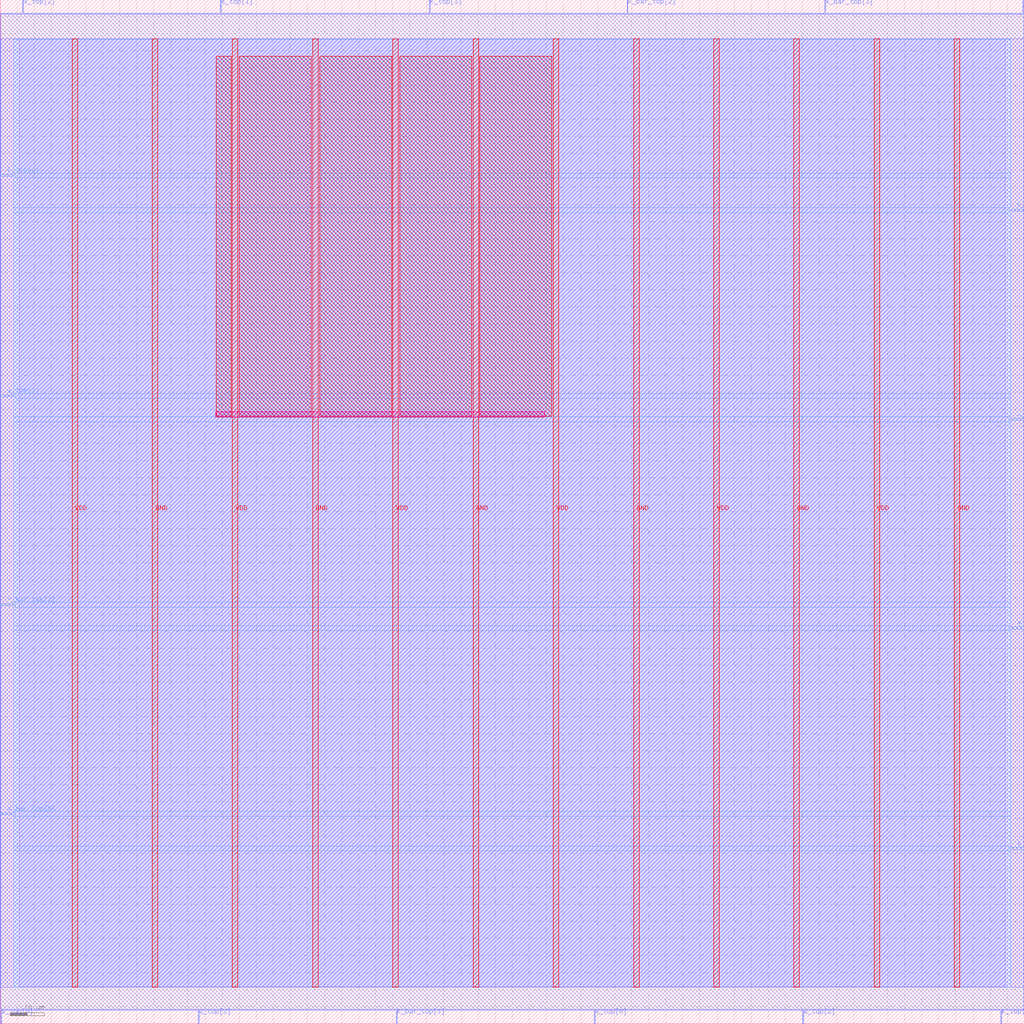
<source format=lef>
VERSION 5.7 ;
  NOWIREEXTENSIONATPIN ON ;
  DIVIDERCHAR "/" ;
  BUSBITCHARS "[]" ;
MACRO blackbox_cmos
  CLASS BLOCK ;
  FOREIGN blackbox_cmos ;
  ORIGIN 0.000 0.000 ;
  SIZE 300.000 BY 300.000 ;
  PIN GND
    DIRECTION INOUT ;
    USE GROUND ;
    PORT
      LAYER met4 ;
        RECT 44.540 10.640 46.140 288.560 ;
    END
    PORT
      LAYER met4 ;
        RECT 91.540 10.640 93.140 288.560 ;
    END
    PORT
      LAYER met4 ;
        RECT 138.540 10.640 140.140 288.560 ;
    END
    PORT
      LAYER met4 ;
        RECT 185.540 10.640 187.140 288.560 ;
    END
    PORT
      LAYER met4 ;
        RECT 232.540 10.640 234.140 288.560 ;
    END
    PORT
      LAYER met4 ;
        RECT 279.540 10.640 281.140 288.560 ;
    END
  END GND
  PIN VDD
    DIRECTION INOUT ;
    USE POWER ;
    PORT
      LAYER met4 ;
        RECT 21.040 10.640 22.640 288.560 ;
    END
    PORT
      LAYER met4 ;
        RECT 68.040 10.640 69.640 288.560 ;
    END
    PORT
      LAYER met4 ;
        RECT 115.040 10.640 116.640 288.560 ;
    END
    PORT
      LAYER met4 ;
        RECT 162.040 10.640 163.640 288.560 ;
    END
    PORT
      LAYER met4 ;
        RECT 209.040 10.640 210.640 288.560 ;
    END
    PORT
      LAYER met4 ;
        RECT 256.040 10.640 257.640 288.560 ;
    END
  END VDD
  PIN k_bar_top[0]
    DIRECTION INPUT ;
    USE SIGNAL ;
    ANTENNAGATEAREA 0.159000 ;
    PORT
      LAYER met3 ;
        RECT 296.000 51.040 300.000 51.640 ;
    END
  END k_bar_top[0]
  PIN k_bar_top[1]
    DIRECTION INPUT ;
    USE SIGNAL ;
    ANTENNAGATEAREA 0.213000 ;
    PORT
      LAYER met2 ;
        RECT 299.550 296.000 299.830 300.000 ;
    END
  END k_bar_top[1]
  PIN k_bar_top[2]
    DIRECTION INPUT ;
    USE SIGNAL ;
    ANTENNAGATEAREA 0.196500 ;
    PORT
      LAYER met2 ;
        RECT 183.630 296.000 183.910 300.000 ;
    END
  END k_bar_top[2]
  PIN k_bar_top[3]
    DIRECTION INPUT ;
    USE SIGNAL ;
    ANTENNAGATEAREA 0.196500 ;
    PORT
      LAYER met2 ;
        RECT 116.010 0.000 116.290 4.000 ;
    END
  END k_bar_top[3]
  PIN k_top[0]
    DIRECTION INPUT ;
    USE SIGNAL ;
    ANTENNAGATEAREA 0.126000 ;
    PORT
      LAYER met3 ;
        RECT 296.000 238.040 300.000 238.640 ;
    END
  END k_top[0]
  PIN k_top[1]
    DIRECTION INPUT ;
    USE SIGNAL ;
    ANTENNAGATEAREA 0.159000 ;
    PORT
      LAYER met2 ;
        RECT 293.110 0.000 293.390 4.000 ;
    END
  END k_top[1]
  PIN k_top[2]
    DIRECTION INPUT ;
    USE SIGNAL ;
    ANTENNAGATEAREA 0.126000 ;
    PORT
      LAYER met3 ;
        RECT 0.000 248.240 4.000 248.840 ;
    END
  END k_top[2]
  PIN k_top[3]
    DIRECTION INPUT ;
    USE SIGNAL ;
    ANTENNAGATEAREA 0.196500 ;
    PORT
      LAYER met2 ;
        RECT 125.670 296.000 125.950 300.000 ;
    END
  END k_top[3]
  PIN s_top[0]
    DIRECTION OUTPUT TRISTATE ;
    USE SIGNAL ;
    ANTENNADIFFAREA 0.795200 ;
    PORT
      LAYER met2 ;
        RECT 0.090 0.000 0.370 4.000 ;
    END
  END s_top[0]
  PIN s_top[1]
    DIRECTION OUTPUT TRISTATE ;
    USE SIGNAL ;
    ANTENNADIFFAREA 0.795200 ;
    PORT
      LAYER met2 ;
        RECT 64.490 296.000 64.770 300.000 ;
    END
  END s_top[1]
  PIN s_top[2]
    DIRECTION OUTPUT TRISTATE ;
    USE SIGNAL ;
    ANTENNADIFFAREA 0.795200 ;
    PORT
      LAYER met2 ;
        RECT 235.150 0.000 235.430 4.000 ;
    END
  END s_top[2]
  PIN s_top[3]
    DIRECTION OUTPUT TRISTATE ;
    USE SIGNAL ;
    ANTENNADIFFAREA 0.795200 ;
    PORT
      LAYER met2 ;
        RECT 58.050 0.000 58.330 4.000 ;
    END
  END s_top[3]
  PIN x_bar_top[0]
    DIRECTION INPUT ;
    USE SIGNAL ;
    ANTENNAGATEAREA 0.213000 ;
    PORT
      LAYER met3 ;
        RECT 0.000 61.240 4.000 61.840 ;
    END
  END x_bar_top[0]
  PIN x_bar_top[1]
    DIRECTION INPUT ;
    USE SIGNAL ;
    ANTENNAGATEAREA 0.126000 ;
    PORT
      LAYER met3 ;
        RECT 296.000 176.840 300.000 177.440 ;
    END
  END x_bar_top[1]
  PIN x_bar_top[2]
    DIRECTION INPUT ;
    USE SIGNAL ;
    ANTENNAGATEAREA 0.196500 ;
    PORT
      LAYER met3 ;
        RECT 0.000 122.440 4.000 123.040 ;
    END
  END x_bar_top[2]
  PIN x_bar_top[3]
    DIRECTION INPUT ;
    USE SIGNAL ;
    ANTENNAGATEAREA 0.213000 ;
    PORT
      LAYER met2 ;
        RECT 241.590 296.000 241.870 300.000 ;
    END
  END x_bar_top[3]
  PIN x_top[0]
    DIRECTION INPUT ;
    USE SIGNAL ;
    ANTENNAGATEAREA 0.213000 ;
    PORT
      LAYER met2 ;
        RECT 173.970 0.000 174.250 4.000 ;
    END
  END x_top[0]
  PIN x_top[1]
    DIRECTION INPUT ;
    USE SIGNAL ;
    ANTENNAGATEAREA 0.196500 ;
    PORT
      LAYER met3 ;
        RECT 0.000 183.640 4.000 184.240 ;
    END
  END x_top[1]
  PIN x_top[2]
    DIRECTION INPUT ;
    USE SIGNAL ;
    ANTENNAGATEAREA 0.213000 ;
    PORT
      LAYER met2 ;
        RECT 6.530 296.000 6.810 300.000 ;
    END
  END x_top[2]
  PIN x_top[3]
    DIRECTION INPUT ;
    USE SIGNAL ;
    ANTENNAGATEAREA 0.213000 ;
    PORT
      LAYER met3 ;
        RECT 296.000 115.640 300.000 116.240 ;
    END
  END x_top[3]
  OBS
      LAYER li1 ;
        RECT 5.520 10.795 294.400 288.405 ;
      LAYER met1 ;
        RECT 0.070 10.640 299.850 288.560 ;
      LAYER met2 ;
        RECT 0.100 295.720 6.250 296.000 ;
        RECT 7.090 295.720 64.210 296.000 ;
        RECT 65.050 295.720 125.390 296.000 ;
        RECT 126.230 295.720 183.350 296.000 ;
        RECT 184.190 295.720 241.310 296.000 ;
        RECT 242.150 295.720 299.270 296.000 ;
        RECT 0.100 4.280 299.820 295.720 ;
        RECT 0.650 4.000 57.770 4.280 ;
        RECT 58.610 4.000 115.730 4.280 ;
        RECT 116.570 4.000 173.690 4.280 ;
        RECT 174.530 4.000 234.870 4.280 ;
        RECT 235.710 4.000 292.830 4.280 ;
        RECT 293.670 4.000 299.820 4.280 ;
      LAYER met3 ;
        RECT 4.000 249.240 296.000 288.485 ;
        RECT 4.400 247.840 296.000 249.240 ;
        RECT 4.000 239.040 296.000 247.840 ;
        RECT 4.000 237.640 295.600 239.040 ;
        RECT 4.000 184.640 296.000 237.640 ;
        RECT 4.400 183.240 296.000 184.640 ;
        RECT 4.000 177.840 296.000 183.240 ;
        RECT 4.000 176.440 295.600 177.840 ;
        RECT 4.000 123.440 296.000 176.440 ;
        RECT 4.400 122.040 296.000 123.440 ;
        RECT 4.000 116.640 296.000 122.040 ;
        RECT 4.000 115.240 295.600 116.640 ;
        RECT 4.000 62.240 296.000 115.240 ;
        RECT 4.400 60.840 296.000 62.240 ;
        RECT 4.000 52.040 296.000 60.840 ;
        RECT 4.000 50.640 295.600 52.040 ;
        RECT 4.000 10.715 296.000 50.640 ;
      LAYER met4 ;
        RECT 63.350 177.910 67.640 283.385 ;
        RECT 70.040 177.910 91.140 283.385 ;
        RECT 93.540 177.910 114.640 283.385 ;
        RECT 117.040 177.910 138.140 283.385 ;
        RECT 140.540 177.910 161.625 283.385 ;
      LAYER met5 ;
        RECT 63.140 177.700 159.500 179.300 ;
  END
END blackbox_cmos
END LIBRARY


</source>
